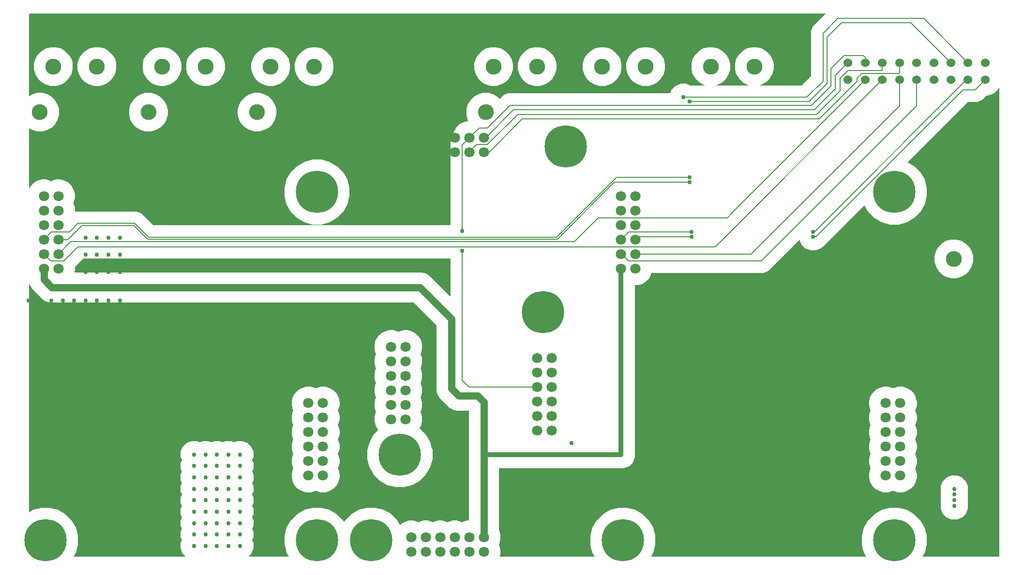
<source format=gbr>
G04 EAGLE Gerber RS-274X export*
G75*
%MOMM*%
%FSLAX34Y34*%
%LPD*%
%INBottom Copper*%
%IPPOS*%
%AMOC8*
5,1,8,0,0,1.08239X$1,22.5*%
G01*
%ADD10C,2.781300*%
%ADD11C,1.530000*%
%ADD12C,2.760000*%
%ADD13C,7.400000*%
%ADD14C,1.800000*%
%ADD15C,0.756400*%
%ADD16C,0.152400*%
%ADD17C,0.203200*%
%ADD18C,0.812800*%
%ADD19C,1.270000*%

G36*
X1010327Y21015D02*
X1010327Y21015D01*
X1010389Y21021D01*
X1010410Y21035D01*
X1010434Y21040D01*
X1010483Y21080D01*
X1010536Y21114D01*
X1010549Y21135D01*
X1010568Y21150D01*
X1010594Y21208D01*
X1010626Y21262D01*
X1010629Y21286D01*
X1010639Y21309D01*
X1010636Y21371D01*
X1010642Y21434D01*
X1010633Y21460D01*
X1010632Y21482D01*
X1010614Y21515D01*
X1010595Y21571D01*
X1006884Y27999D01*
X1006388Y29847D01*
X1005879Y31748D01*
X1005370Y33650D01*
X1002999Y42496D01*
X1002999Y57504D01*
X1006884Y72001D01*
X1014388Y84999D01*
X1025001Y95612D01*
X1037999Y103116D01*
X1052496Y107001D01*
X1067504Y107001D01*
X1082001Y103116D01*
X1094999Y95612D01*
X1105612Y84999D01*
X1113116Y72001D01*
X1114073Y68431D01*
X1114582Y66530D01*
X1115092Y64629D01*
X1115601Y62728D01*
X1115601Y62727D01*
X1117001Y57504D01*
X1117001Y42496D01*
X1113116Y27999D01*
X1109405Y21571D01*
X1109387Y21511D01*
X1109361Y21453D01*
X1109362Y21429D01*
X1109355Y21405D01*
X1109366Y21343D01*
X1109368Y21280D01*
X1109380Y21259D01*
X1109384Y21234D01*
X1109421Y21183D01*
X1109451Y21128D01*
X1109471Y21114D01*
X1109485Y21094D01*
X1109541Y21065D01*
X1109592Y21028D01*
X1109620Y21023D01*
X1109638Y21013D01*
X1109676Y21012D01*
X1109735Y21001D01*
X1485265Y21001D01*
X1485327Y21015D01*
X1485389Y21021D01*
X1485410Y21035D01*
X1485434Y21040D01*
X1485483Y21080D01*
X1485536Y21114D01*
X1485549Y21135D01*
X1485568Y21150D01*
X1485594Y21208D01*
X1485626Y21262D01*
X1485629Y21286D01*
X1485639Y21309D01*
X1485636Y21371D01*
X1485642Y21434D01*
X1485633Y21460D01*
X1485632Y21482D01*
X1485614Y21515D01*
X1485595Y21571D01*
X1481884Y27999D01*
X1481388Y29847D01*
X1480879Y31748D01*
X1480370Y33650D01*
X1477999Y42496D01*
X1477999Y57504D01*
X1481884Y72001D01*
X1489388Y84999D01*
X1500001Y95612D01*
X1512999Y103116D01*
X1527496Y107001D01*
X1542504Y107001D01*
X1557001Y103116D01*
X1569999Y95612D01*
X1580612Y84999D01*
X1588116Y72001D01*
X1589073Y68431D01*
X1589582Y66530D01*
X1590092Y64629D01*
X1590601Y62728D01*
X1590601Y62727D01*
X1592001Y57504D01*
X1592001Y42496D01*
X1588116Y27999D01*
X1584405Y21571D01*
X1584387Y21511D01*
X1584361Y21453D01*
X1584362Y21429D01*
X1584355Y21405D01*
X1584366Y21343D01*
X1584368Y21280D01*
X1584380Y21259D01*
X1584384Y21234D01*
X1584421Y21183D01*
X1584451Y21128D01*
X1584471Y21114D01*
X1584485Y21094D01*
X1584541Y21065D01*
X1584592Y21028D01*
X1584620Y21023D01*
X1584638Y21013D01*
X1584676Y21012D01*
X1584735Y21001D01*
X1718619Y21001D01*
X1718669Y21012D01*
X1718720Y21014D01*
X1718752Y21032D01*
X1718788Y21040D01*
X1718827Y21073D01*
X1718872Y21097D01*
X1718893Y21127D01*
X1718921Y21150D01*
X1718942Y21197D01*
X1718972Y21239D01*
X1718980Y21281D01*
X1718992Y21309D01*
X1718991Y21339D01*
X1718999Y21381D01*
X1718999Y843079D01*
X1718982Y843152D01*
X1718970Y843226D01*
X1718963Y843236D01*
X1718960Y843248D01*
X1718912Y843306D01*
X1718868Y843366D01*
X1718857Y843372D01*
X1718850Y843382D01*
X1718781Y843412D01*
X1718715Y843447D01*
X1718703Y843448D01*
X1718691Y843453D01*
X1718617Y843450D01*
X1718542Y843452D01*
X1718531Y843447D01*
X1718518Y843446D01*
X1718453Y843410D01*
X1718385Y843379D01*
X1718376Y843369D01*
X1718366Y843363D01*
X1718344Y843332D01*
X1718290Y843270D01*
X1716126Y839522D01*
X1710978Y834374D01*
X1704673Y830734D01*
X1697640Y828849D01*
X1696229Y828849D01*
X1696155Y828832D01*
X1696080Y828819D01*
X1696070Y828812D01*
X1696060Y828810D01*
X1696031Y828786D01*
X1695960Y828738D01*
X1694371Y827148D01*
X1688405Y821183D01*
X1680680Y817983D01*
X1664177Y817983D01*
X1664103Y817966D01*
X1664028Y817953D01*
X1664018Y817946D01*
X1664008Y817944D01*
X1663979Y817920D01*
X1663908Y817872D01*
X1558715Y712679D01*
X1558708Y712668D01*
X1558697Y712660D01*
X1558663Y712595D01*
X1558624Y712532D01*
X1558623Y712519D01*
X1558616Y712507D01*
X1558614Y712433D01*
X1558607Y712360D01*
X1558612Y712347D01*
X1558612Y712334D01*
X1558643Y712267D01*
X1558669Y712198D01*
X1558679Y712189D01*
X1558685Y712176D01*
X1558794Y712081D01*
X1569999Y705612D01*
X1580612Y694999D01*
X1588116Y682001D01*
X1588483Y680634D01*
X1588992Y678733D01*
X1588992Y678732D01*
X1589502Y676831D01*
X1590011Y674930D01*
X1592001Y667504D01*
X1592001Y652496D01*
X1588116Y637999D01*
X1580612Y625001D01*
X1569999Y614388D01*
X1557001Y606884D01*
X1542504Y602999D01*
X1527496Y602999D01*
X1512999Y606884D01*
X1500001Y614388D01*
X1489388Y625001D01*
X1482919Y636206D01*
X1482909Y636216D01*
X1482905Y636229D01*
X1482851Y636278D01*
X1482800Y636332D01*
X1482787Y636337D01*
X1482778Y636346D01*
X1482707Y636367D01*
X1482638Y636393D01*
X1482624Y636392D01*
X1482611Y636395D01*
X1482539Y636383D01*
X1482466Y636375D01*
X1482454Y636368D01*
X1482441Y636366D01*
X1482321Y636285D01*
X1409675Y563639D01*
X1408280Y563061D01*
X1408278Y563060D01*
X1408277Y563060D01*
X1408157Y562979D01*
X1406472Y561294D01*
X1397731Y557673D01*
X1388269Y557673D01*
X1379528Y561294D01*
X1372838Y567984D01*
X1369397Y576291D01*
X1369375Y576322D01*
X1369361Y576358D01*
X1369325Y576391D01*
X1369296Y576432D01*
X1369262Y576450D01*
X1369234Y576476D01*
X1369187Y576490D01*
X1369143Y576513D01*
X1369105Y576514D01*
X1369068Y576525D01*
X1369019Y576516D01*
X1368970Y576518D01*
X1368935Y576502D01*
X1368897Y576495D01*
X1368847Y576461D01*
X1368813Y576446D01*
X1368799Y576429D01*
X1368777Y576414D01*
X1319655Y527292D01*
X1313761Y521398D01*
X1306130Y518237D01*
X1110636Y518237D01*
X1110634Y518237D01*
X1110633Y518237D01*
X1110551Y518217D01*
X1110467Y518198D01*
X1110466Y518197D01*
X1110465Y518197D01*
X1110399Y518142D01*
X1110333Y518088D01*
X1110333Y518086D01*
X1110332Y518086D01*
X1110268Y517955D01*
X1109424Y514806D01*
X1105606Y508193D01*
X1100207Y502794D01*
X1093594Y498976D01*
X1086218Y496999D01*
X1081445Y496999D01*
X1081395Y496988D01*
X1081344Y496986D01*
X1081312Y496968D01*
X1081276Y496960D01*
X1081237Y496927D01*
X1081192Y496903D01*
X1081171Y496873D01*
X1081143Y496850D01*
X1081122Y496803D01*
X1081092Y496761D01*
X1081084Y496719D01*
X1081072Y496691D01*
X1081073Y496661D01*
X1081065Y496619D01*
X1081065Y195213D01*
X1077401Y186368D01*
X1070632Y179599D01*
X1061787Y175935D01*
X843731Y175935D01*
X843681Y175924D01*
X843630Y175922D01*
X843598Y175904D01*
X843562Y175896D01*
X843523Y175863D01*
X843478Y175839D01*
X843457Y175809D01*
X843429Y175786D01*
X843408Y175739D01*
X843378Y175697D01*
X843370Y175655D01*
X843358Y175627D01*
X843359Y175597D01*
X843351Y175555D01*
X843351Y67863D01*
X843357Y67836D01*
X843354Y67809D01*
X843382Y67731D01*
X843390Y67694D01*
X843397Y67685D01*
X843402Y67672D01*
X844024Y66594D01*
X846001Y59218D01*
X846001Y51582D01*
X844024Y44206D01*
X843265Y42890D01*
X843253Y42853D01*
X843233Y42819D01*
X843229Y42771D01*
X843214Y42724D01*
X843221Y42686D01*
X843217Y42647D01*
X843237Y42590D01*
X843243Y42553D01*
X843256Y42536D01*
X843265Y42510D01*
X844024Y41194D01*
X844470Y39532D01*
X845285Y36490D01*
X846001Y33818D01*
X846001Y26182D01*
X844741Y21479D01*
X844740Y21466D01*
X844735Y21453D01*
X844738Y21380D01*
X844735Y21306D01*
X844741Y21294D01*
X844741Y21280D01*
X844776Y21216D01*
X844807Y21149D01*
X844818Y21140D01*
X844824Y21128D01*
X844884Y21086D01*
X844941Y21039D01*
X844955Y21036D01*
X844966Y21028D01*
X845108Y21001D01*
X1010265Y21001D01*
X1010327Y21015D01*
G37*
G36*
X757215Y602031D02*
X757215Y602031D01*
X757278Y602038D01*
X757298Y602051D01*
X757321Y602056D01*
X757371Y602097D01*
X757424Y602131D01*
X757439Y602153D01*
X757455Y602166D01*
X757471Y602201D01*
X757504Y602251D01*
X758208Y603952D01*
X758209Y603954D01*
X758210Y603955D01*
X758237Y604097D01*
X758237Y746930D01*
X761398Y754561D01*
X762488Y755651D01*
X762528Y755716D01*
X762572Y755777D01*
X762574Y755790D01*
X762579Y755798D01*
X762583Y755835D01*
X762599Y755920D01*
X762599Y759218D01*
X764576Y766594D01*
X768394Y773207D01*
X773793Y778606D01*
X780406Y782424D01*
X787782Y784401D01*
X789318Y784401D01*
X789379Y784415D01*
X789442Y784421D01*
X789463Y784435D01*
X789487Y784440D01*
X789535Y784480D01*
X789588Y784514D01*
X789601Y784535D01*
X789620Y784550D01*
X789646Y784608D01*
X789679Y784662D01*
X789681Y784686D01*
X789691Y784709D01*
X789689Y784771D01*
X789694Y784834D01*
X789685Y784860D01*
X789685Y784882D01*
X789667Y784915D01*
X789647Y784971D01*
X788503Y786953D01*
X786199Y795550D01*
X786199Y804450D01*
X788503Y813047D01*
X792953Y820754D01*
X799246Y827047D01*
X806953Y831497D01*
X815550Y833801D01*
X824450Y833801D01*
X833047Y831497D01*
X840754Y827047D01*
X844450Y823351D01*
X844494Y823324D01*
X844531Y823289D01*
X844566Y823279D01*
X844598Y823260D01*
X844648Y823255D01*
X844697Y823240D01*
X844734Y823247D01*
X844770Y823243D01*
X844818Y823261D01*
X844868Y823270D01*
X844903Y823294D01*
X844932Y823305D01*
X844953Y823327D01*
X844988Y823351D01*
X845345Y823708D01*
X851239Y829602D01*
X858870Y832763D01*
X1142805Y832763D01*
X1142867Y832777D01*
X1142930Y832784D01*
X1142950Y832797D01*
X1142974Y832802D01*
X1143023Y832843D01*
X1143076Y832877D01*
X1143091Y832899D01*
X1143107Y832912D01*
X1143123Y832947D01*
X1143156Y832997D01*
X1145838Y839472D01*
X1152528Y846162D01*
X1161269Y849783D01*
X1170731Y849783D01*
X1177338Y847046D01*
X1177340Y847045D01*
X1177342Y847044D01*
X1177484Y847017D01*
X1202999Y847017D01*
X1203036Y847025D01*
X1203074Y847024D01*
X1203120Y847045D01*
X1203168Y847056D01*
X1203197Y847080D01*
X1203232Y847096D01*
X1203263Y847135D01*
X1203302Y847166D01*
X1203317Y847201D01*
X1203341Y847230D01*
X1203352Y847279D01*
X1203373Y847325D01*
X1203371Y847362D01*
X1203380Y847399D01*
X1203368Y847448D01*
X1203366Y847498D01*
X1203348Y847531D01*
X1203339Y847568D01*
X1203307Y847606D01*
X1203283Y847650D01*
X1203253Y847672D01*
X1203228Y847701D01*
X1203173Y847728D01*
X1203142Y847750D01*
X1203119Y847754D01*
X1203098Y847764D01*
X1200712Y848403D01*
X1192980Y852867D01*
X1186667Y859180D01*
X1182203Y866912D01*
X1179893Y875536D01*
X1179893Y884464D01*
X1182203Y893088D01*
X1186667Y900820D01*
X1192980Y907133D01*
X1200712Y911597D01*
X1209336Y913907D01*
X1218264Y913907D01*
X1226888Y911597D01*
X1234620Y907133D01*
X1240933Y900820D01*
X1245397Y893088D01*
X1246998Y887110D01*
X1246998Y887109D01*
X1247707Y884464D01*
X1247707Y875536D01*
X1245397Y866912D01*
X1240933Y859180D01*
X1234620Y852867D01*
X1226888Y848403D01*
X1224502Y847764D01*
X1224469Y847746D01*
X1224432Y847738D01*
X1224393Y847706D01*
X1224349Y847682D01*
X1224327Y847652D01*
X1224298Y847628D01*
X1224278Y847582D01*
X1224249Y847541D01*
X1224243Y847504D01*
X1224227Y847469D01*
X1224229Y847420D01*
X1224221Y847370D01*
X1224232Y847334D01*
X1224234Y847296D01*
X1224258Y847252D01*
X1224272Y847205D01*
X1224298Y847177D01*
X1224317Y847144D01*
X1224357Y847115D01*
X1224392Y847079D01*
X1224427Y847066D01*
X1224458Y847044D01*
X1224519Y847033D01*
X1224554Y847020D01*
X1224578Y847021D01*
X1224601Y847017D01*
X1279199Y847017D01*
X1279236Y847025D01*
X1279274Y847024D01*
X1279320Y847045D01*
X1279368Y847056D01*
X1279397Y847080D01*
X1279432Y847096D01*
X1279463Y847135D01*
X1279502Y847166D01*
X1279517Y847201D01*
X1279541Y847230D01*
X1279552Y847279D01*
X1279573Y847325D01*
X1279571Y847362D01*
X1279580Y847399D01*
X1279568Y847448D01*
X1279566Y847498D01*
X1279548Y847531D01*
X1279539Y847568D01*
X1279507Y847606D01*
X1279483Y847650D01*
X1279453Y847672D01*
X1279428Y847701D01*
X1279373Y847728D01*
X1279342Y847750D01*
X1279319Y847754D01*
X1279298Y847764D01*
X1276912Y848403D01*
X1269180Y852867D01*
X1262867Y859180D01*
X1258403Y866912D01*
X1256093Y875536D01*
X1256093Y884464D01*
X1258403Y893088D01*
X1262867Y900820D01*
X1269180Y907133D01*
X1276912Y911597D01*
X1285536Y913907D01*
X1294464Y913907D01*
X1303088Y911597D01*
X1310820Y907133D01*
X1317133Y900820D01*
X1321597Y893088D01*
X1323198Y887110D01*
X1323198Y887109D01*
X1323907Y884464D01*
X1323907Y875536D01*
X1321597Y866912D01*
X1317133Y859180D01*
X1310820Y852867D01*
X1303088Y848403D01*
X1300702Y847764D01*
X1300669Y847746D01*
X1300632Y847738D01*
X1300593Y847706D01*
X1300549Y847682D01*
X1300527Y847652D01*
X1300498Y847628D01*
X1300478Y847582D01*
X1300449Y847541D01*
X1300443Y847504D01*
X1300427Y847469D01*
X1300429Y847420D01*
X1300421Y847370D01*
X1300432Y847334D01*
X1300434Y847296D01*
X1300458Y847252D01*
X1300472Y847205D01*
X1300498Y847177D01*
X1300517Y847144D01*
X1300557Y847115D01*
X1300592Y847079D01*
X1300627Y847066D01*
X1300658Y847044D01*
X1300719Y847033D01*
X1300754Y847020D01*
X1300778Y847021D01*
X1300801Y847017D01*
X1373137Y847017D01*
X1373211Y847034D01*
X1373286Y847047D01*
X1373296Y847054D01*
X1373306Y847056D01*
X1373335Y847080D01*
X1373406Y847128D01*
X1389372Y863094D01*
X1389412Y863159D01*
X1389456Y863221D01*
X1389458Y863233D01*
X1389463Y863241D01*
X1389467Y863278D01*
X1389483Y863363D01*
X1389483Y942680D01*
X1392683Y950405D01*
X1398648Y956371D01*
X1414628Y972350D01*
X1414642Y972372D01*
X1414662Y972388D01*
X1414687Y972445D01*
X1414719Y972497D01*
X1414722Y972523D01*
X1414732Y972547D01*
X1414730Y972608D01*
X1414736Y972670D01*
X1414727Y972694D01*
X1414726Y972720D01*
X1414696Y972774D01*
X1414674Y972832D01*
X1414655Y972849D01*
X1414643Y972872D01*
X1414593Y972907D01*
X1414547Y972949D01*
X1414522Y972957D01*
X1414501Y972972D01*
X1414417Y972988D01*
X1414381Y972999D01*
X1414371Y972997D01*
X1414359Y972999D01*
X24000Y972999D01*
X23989Y972997D01*
X23975Y972998D01*
X23633Y972976D01*
X23603Y972967D01*
X23560Y972964D01*
X22899Y972787D01*
X22866Y972769D01*
X22808Y972749D01*
X22216Y972407D01*
X22188Y972381D01*
X22137Y972347D01*
X21653Y971863D01*
X21633Y971831D01*
X21593Y971784D01*
X21251Y971192D01*
X21240Y971156D01*
X21213Y971101D01*
X21036Y970440D01*
X21035Y970409D01*
X21024Y970367D01*
X21002Y970025D01*
X21003Y970014D01*
X21001Y970000D01*
X21001Y828719D01*
X21015Y828658D01*
X21021Y828595D01*
X21035Y828574D01*
X21040Y828550D01*
X21080Y828502D01*
X21114Y828449D01*
X21135Y828436D01*
X21150Y828417D01*
X21208Y828391D01*
X21262Y828358D01*
X21286Y828356D01*
X21309Y828346D01*
X21371Y828348D01*
X21434Y828343D01*
X21460Y828352D01*
X21482Y828352D01*
X21515Y828370D01*
X21571Y828390D01*
X26953Y831497D01*
X35550Y833801D01*
X44450Y833801D01*
X53047Y831497D01*
X60754Y827047D01*
X67047Y820754D01*
X71497Y813047D01*
X72030Y811060D01*
X72030Y811059D01*
X72539Y809158D01*
X73801Y804450D01*
X73801Y795550D01*
X71497Y786953D01*
X67047Y779246D01*
X60754Y772953D01*
X53047Y768503D01*
X44450Y766199D01*
X35550Y766199D01*
X26953Y768503D01*
X21571Y771610D01*
X21511Y771628D01*
X21453Y771654D01*
X21429Y771653D01*
X21405Y771660D01*
X21343Y771650D01*
X21280Y771648D01*
X21259Y771636D01*
X21234Y771632D01*
X21183Y771595D01*
X21128Y771565D01*
X21114Y771545D01*
X21094Y771530D01*
X21065Y771475D01*
X21028Y771423D01*
X21023Y771396D01*
X21013Y771377D01*
X21012Y771339D01*
X21001Y771281D01*
X21001Y667388D01*
X21014Y667332D01*
X21014Y667325D01*
X21017Y667321D01*
X21018Y667315D01*
X21030Y667242D01*
X21037Y667232D01*
X21040Y667220D01*
X21088Y667162D01*
X21132Y667101D01*
X21143Y667096D01*
X21150Y667086D01*
X21219Y667056D01*
X21285Y667021D01*
X21297Y667020D01*
X21309Y667015D01*
X21383Y667018D01*
X21458Y667016D01*
X21469Y667021D01*
X21482Y667022D01*
X21547Y667058D01*
X21615Y667089D01*
X21624Y667099D01*
X21634Y667105D01*
X21656Y667135D01*
X21710Y667198D01*
X23794Y670807D01*
X29193Y676206D01*
X35806Y680024D01*
X43182Y682001D01*
X50818Y682001D01*
X58194Y680024D01*
X59510Y679265D01*
X59547Y679253D01*
X59581Y679233D01*
X59629Y679229D01*
X59676Y679214D01*
X59714Y679221D01*
X59753Y679217D01*
X59810Y679237D01*
X59847Y679243D01*
X59864Y679256D01*
X59890Y679265D01*
X61206Y680024D01*
X68582Y682001D01*
X76218Y682001D01*
X83594Y680024D01*
X90207Y676206D01*
X95606Y670807D01*
X99424Y664194D01*
X101401Y656818D01*
X101401Y649182D01*
X99424Y641806D01*
X98665Y640490D01*
X98653Y640453D01*
X98633Y640419D01*
X98629Y640371D01*
X98614Y640324D01*
X98621Y640286D01*
X98617Y640247D01*
X98637Y640190D01*
X98643Y640153D01*
X98656Y640136D01*
X98665Y640110D01*
X99424Y638794D01*
X99523Y638426D01*
X100338Y635384D01*
X101401Y631418D01*
X101401Y625998D01*
X101410Y625961D01*
X101408Y625922D01*
X101429Y625877D01*
X101440Y625829D01*
X101465Y625800D01*
X101481Y625765D01*
X101519Y625734D01*
X101550Y625696D01*
X101586Y625680D01*
X101615Y625656D01*
X101664Y625645D01*
X101709Y625625D01*
X101747Y625626D01*
X101785Y625618D01*
X101844Y625630D01*
X101882Y625631D01*
X101900Y625641D01*
X101927Y625647D01*
X102820Y626017D01*
X210209Y626017D01*
X217934Y622817D01*
X223900Y616852D01*
X238623Y602128D01*
X238688Y602088D01*
X238750Y602044D01*
X238762Y602042D01*
X238770Y602037D01*
X238807Y602033D01*
X238892Y602017D01*
X757153Y602017D01*
X757215Y602031D01*
G37*
G36*
X294473Y21007D02*
X294473Y21007D01*
X294498Y21004D01*
X294556Y21026D01*
X294616Y21040D01*
X294636Y21057D01*
X294660Y21066D01*
X294702Y21111D01*
X294750Y21150D01*
X294760Y21174D01*
X294778Y21193D01*
X294795Y21252D01*
X294821Y21309D01*
X294820Y21334D01*
X294827Y21359D01*
X294816Y21420D01*
X294814Y21482D01*
X294802Y21504D01*
X294797Y21530D01*
X294749Y21601D01*
X294731Y21634D01*
X294723Y21640D01*
X294716Y21650D01*
X289838Y26528D01*
X286217Y35269D01*
X286217Y44731D01*
X288340Y49854D01*
X288352Y49930D01*
X288369Y50004D01*
X288366Y50016D01*
X288368Y50025D01*
X288357Y50061D01*
X288340Y50146D01*
X286217Y55269D01*
X286217Y64731D01*
X288340Y69854D01*
X288352Y69930D01*
X288369Y70004D01*
X288366Y70016D01*
X288368Y70025D01*
X288357Y70061D01*
X288340Y70146D01*
X286217Y75269D01*
X286217Y84731D01*
X288340Y89854D01*
X288352Y89930D01*
X288369Y90004D01*
X288366Y90016D01*
X288368Y90025D01*
X288357Y90061D01*
X288340Y90146D01*
X286217Y95269D01*
X286217Y104731D01*
X288340Y109854D01*
X288345Y109890D01*
X288353Y109907D01*
X288352Y109930D01*
X288369Y110004D01*
X288366Y110016D01*
X288368Y110025D01*
X288357Y110061D01*
X288340Y110146D01*
X286217Y115269D01*
X286217Y124731D01*
X288340Y129854D01*
X288352Y129930D01*
X288369Y130004D01*
X288366Y130016D01*
X288368Y130025D01*
X288357Y130061D01*
X288340Y130146D01*
X286217Y135269D01*
X286217Y144731D01*
X288340Y149854D01*
X288352Y149930D01*
X288369Y150004D01*
X288366Y150016D01*
X288368Y150025D01*
X288357Y150061D01*
X288340Y150146D01*
X286217Y155269D01*
X286217Y164731D01*
X288340Y169854D01*
X288352Y169930D01*
X288369Y170004D01*
X288366Y170016D01*
X288368Y170025D01*
X288357Y170061D01*
X288340Y170146D01*
X286217Y175269D01*
X286217Y184731D01*
X288340Y189854D01*
X288352Y189930D01*
X288369Y190004D01*
X288366Y190016D01*
X288368Y190025D01*
X288357Y190061D01*
X288340Y190146D01*
X286217Y195269D01*
X286217Y204731D01*
X289838Y213472D01*
X296528Y220162D01*
X305269Y223783D01*
X314731Y223783D01*
X319854Y221660D01*
X319930Y221648D01*
X320004Y221631D01*
X320016Y221634D01*
X320025Y221632D01*
X320061Y221643D01*
X320146Y221660D01*
X325269Y223783D01*
X334731Y223783D01*
X339854Y221660D01*
X339930Y221648D01*
X340004Y221631D01*
X340016Y221634D01*
X340025Y221632D01*
X340061Y221643D01*
X340146Y221660D01*
X345269Y223783D01*
X354731Y223783D01*
X359854Y221660D01*
X359930Y221648D01*
X360004Y221631D01*
X360016Y221634D01*
X360025Y221632D01*
X360061Y221643D01*
X360146Y221660D01*
X365269Y223783D01*
X374731Y223783D01*
X379854Y221660D01*
X379930Y221648D01*
X380004Y221631D01*
X380016Y221634D01*
X380025Y221632D01*
X380061Y221643D01*
X380146Y221660D01*
X385269Y223783D01*
X394731Y223783D01*
X403472Y220162D01*
X410162Y213472D01*
X413783Y204731D01*
X413783Y195269D01*
X411660Y190146D01*
X411648Y190070D01*
X411631Y189996D01*
X411634Y189984D01*
X411632Y189975D01*
X411643Y189939D01*
X411660Y189854D01*
X413783Y184731D01*
X413783Y175269D01*
X411660Y170146D01*
X411648Y170070D01*
X411631Y169996D01*
X411634Y169984D01*
X411632Y169975D01*
X411643Y169939D01*
X411660Y169854D01*
X413783Y164731D01*
X413783Y155269D01*
X411660Y150146D01*
X411648Y150070D01*
X411631Y149996D01*
X411634Y149984D01*
X411632Y149975D01*
X411643Y149939D01*
X411660Y149854D01*
X413783Y144731D01*
X413783Y135269D01*
X411660Y130146D01*
X411648Y130070D01*
X411631Y129996D01*
X411634Y129984D01*
X411632Y129975D01*
X411643Y129939D01*
X411660Y129854D01*
X413783Y124731D01*
X413783Y115269D01*
X411660Y110146D01*
X411648Y110070D01*
X411631Y109996D01*
X411634Y109984D01*
X411632Y109975D01*
X411643Y109939D01*
X411653Y109890D01*
X411654Y109879D01*
X411657Y109873D01*
X411660Y109854D01*
X413783Y104731D01*
X413783Y95269D01*
X411660Y90146D01*
X411648Y90070D01*
X411631Y89996D01*
X411634Y89984D01*
X411632Y89975D01*
X411643Y89939D01*
X411660Y89854D01*
X413783Y84731D01*
X413783Y75269D01*
X411660Y70146D01*
X411648Y70070D01*
X411631Y69996D01*
X411634Y69984D01*
X411632Y69975D01*
X411643Y69939D01*
X411660Y69854D01*
X413783Y64731D01*
X413783Y55269D01*
X411660Y50146D01*
X411648Y50070D01*
X411631Y49996D01*
X411634Y49984D01*
X411632Y49975D01*
X411643Y49939D01*
X411660Y49854D01*
X413783Y44731D01*
X413783Y35269D01*
X410162Y26528D01*
X405284Y21650D01*
X405270Y21628D01*
X405250Y21612D01*
X405225Y21555D01*
X405192Y21503D01*
X405190Y21477D01*
X405179Y21453D01*
X405182Y21392D01*
X405176Y21330D01*
X405185Y21306D01*
X405186Y21280D01*
X405215Y21226D01*
X405237Y21168D01*
X405256Y21151D01*
X405269Y21128D01*
X405319Y21093D01*
X405364Y21051D01*
X405389Y21043D01*
X405410Y21028D01*
X405495Y21012D01*
X405531Y21001D01*
X405541Y21003D01*
X405553Y21001D01*
X475265Y21001D01*
X475327Y21015D01*
X475389Y21021D01*
X475410Y21035D01*
X475434Y21040D01*
X475483Y21080D01*
X475536Y21114D01*
X475549Y21135D01*
X475568Y21150D01*
X475594Y21208D01*
X475626Y21262D01*
X475629Y21286D01*
X475639Y21309D01*
X475636Y21371D01*
X475642Y21434D01*
X475633Y21460D01*
X475632Y21482D01*
X475614Y21515D01*
X475595Y21571D01*
X471884Y27999D01*
X471388Y29847D01*
X470879Y31748D01*
X470370Y33650D01*
X467999Y42496D01*
X467999Y57504D01*
X471884Y72001D01*
X479388Y84999D01*
X490001Y95612D01*
X502999Y103116D01*
X517496Y107001D01*
X532504Y107001D01*
X547001Y103116D01*
X559999Y95612D01*
X570612Y84999D01*
X572171Y82299D01*
X572214Y82253D01*
X572251Y82202D01*
X572272Y82191D01*
X572289Y82173D01*
X572348Y82151D01*
X572404Y82122D01*
X572428Y82121D01*
X572452Y82112D01*
X572514Y82119D01*
X572577Y82117D01*
X572599Y82128D01*
X572624Y82130D01*
X572677Y82163D01*
X572734Y82190D01*
X572752Y82211D01*
X572771Y82222D01*
X572790Y82254D01*
X572829Y82299D01*
X574388Y84999D01*
X585001Y95612D01*
X597999Y103116D01*
X612496Y107001D01*
X627504Y107001D01*
X642001Y103116D01*
X654999Y95612D01*
X665612Y84999D01*
X670113Y77203D01*
X670122Y77193D01*
X670127Y77181D01*
X670181Y77131D01*
X670232Y77077D01*
X670244Y77072D01*
X670254Y77063D01*
X670325Y77042D01*
X670394Y77016D01*
X670407Y77018D01*
X670420Y77014D01*
X670493Y77026D01*
X670566Y77034D01*
X670578Y77041D01*
X670591Y77043D01*
X670711Y77124D01*
X672193Y78606D01*
X678806Y82424D01*
X686182Y84401D01*
X693818Y84401D01*
X701194Y82424D01*
X702510Y81665D01*
X702547Y81653D01*
X702581Y81633D01*
X702629Y81629D01*
X702676Y81614D01*
X702714Y81621D01*
X702753Y81617D01*
X702810Y81637D01*
X702847Y81643D01*
X702864Y81656D01*
X702890Y81665D01*
X704206Y82424D01*
X711582Y84401D01*
X719218Y84401D01*
X726594Y82424D01*
X727910Y81665D01*
X727947Y81653D01*
X727981Y81633D01*
X728029Y81629D01*
X728076Y81614D01*
X728114Y81621D01*
X728153Y81617D01*
X728210Y81637D01*
X728247Y81643D01*
X728264Y81656D01*
X728290Y81665D01*
X729606Y82424D01*
X736982Y84401D01*
X744618Y84401D01*
X751994Y82424D01*
X753310Y81665D01*
X753347Y81653D01*
X753381Y81633D01*
X753429Y81629D01*
X753476Y81614D01*
X753514Y81621D01*
X753553Y81617D01*
X753610Y81637D01*
X753647Y81643D01*
X753664Y81656D01*
X753690Y81665D01*
X755006Y82424D01*
X762382Y84401D01*
X770018Y84401D01*
X777394Y82424D01*
X778710Y81665D01*
X778747Y81653D01*
X778781Y81633D01*
X778829Y81629D01*
X778876Y81614D01*
X778914Y81621D01*
X778953Y81617D01*
X779010Y81637D01*
X779047Y81643D01*
X779064Y81656D01*
X779090Y81665D01*
X780406Y82424D01*
X787782Y84401D01*
X790269Y84401D01*
X790319Y84412D01*
X790370Y84414D01*
X790402Y84432D01*
X790438Y84440D01*
X790477Y84473D01*
X790522Y84497D01*
X790543Y84527D01*
X790571Y84550D01*
X790592Y84597D01*
X790622Y84639D01*
X790630Y84681D01*
X790642Y84709D01*
X790641Y84739D01*
X790649Y84781D01*
X790649Y276269D01*
X790638Y276319D01*
X790636Y276370D01*
X790618Y276402D01*
X790610Y276438D01*
X790577Y276477D01*
X790553Y276522D01*
X790523Y276543D01*
X790500Y276571D01*
X790453Y276592D01*
X790411Y276622D01*
X790369Y276630D01*
X790341Y276642D01*
X790311Y276641D01*
X790269Y276649D01*
X769531Y276649D01*
X762829Y278445D01*
X756820Y281914D01*
X738914Y299820D01*
X735445Y305829D01*
X735016Y307430D01*
X733895Y311612D01*
X733649Y312531D01*
X733649Y426928D01*
X733632Y427002D01*
X733619Y427076D01*
X733612Y427087D01*
X733610Y427096D01*
X733586Y427125D01*
X733538Y427197D01*
X694197Y466538D01*
X694132Y466578D01*
X694070Y466622D01*
X694058Y466624D01*
X694049Y466629D01*
X694012Y466633D01*
X693928Y466649D01*
X57531Y466649D01*
X50829Y468445D01*
X44820Y471914D01*
X25914Y490820D01*
X22445Y496829D01*
X22352Y497174D01*
X21945Y498695D01*
X21748Y499429D01*
X21730Y499463D01*
X21722Y499500D01*
X21690Y499538D01*
X21666Y499582D01*
X21636Y499604D01*
X21612Y499633D01*
X21566Y499654D01*
X21525Y499683D01*
X21488Y499689D01*
X21453Y499704D01*
X21404Y499702D01*
X21354Y499710D01*
X21318Y499699D01*
X21280Y499698D01*
X21236Y499674D01*
X21189Y499659D01*
X21161Y499633D01*
X21128Y499615D01*
X21099Y499574D01*
X21063Y499540D01*
X21050Y499504D01*
X21028Y499473D01*
X21017Y499413D01*
X21004Y499377D01*
X21005Y499354D01*
X21001Y499331D01*
X21001Y99735D01*
X21015Y99673D01*
X21021Y99611D01*
X21035Y99590D01*
X21040Y99566D01*
X21080Y99517D01*
X21114Y99464D01*
X21135Y99451D01*
X21150Y99432D01*
X21208Y99406D01*
X21262Y99374D01*
X21286Y99371D01*
X21309Y99361D01*
X21371Y99364D01*
X21434Y99358D01*
X21460Y99367D01*
X21482Y99368D01*
X21515Y99386D01*
X21571Y99405D01*
X27999Y103116D01*
X42496Y107001D01*
X57504Y107001D01*
X72001Y103116D01*
X84999Y95612D01*
X95612Y84999D01*
X103116Y72001D01*
X104073Y68431D01*
X104582Y66530D01*
X105092Y64629D01*
X105601Y62728D01*
X105601Y62727D01*
X107001Y57504D01*
X107001Y42496D01*
X103116Y27999D01*
X99405Y21571D01*
X99387Y21511D01*
X99361Y21453D01*
X99362Y21429D01*
X99355Y21405D01*
X99366Y21343D01*
X99368Y21280D01*
X99380Y21259D01*
X99384Y21234D01*
X99421Y21183D01*
X99451Y21128D01*
X99471Y21114D01*
X99485Y21094D01*
X99541Y21065D01*
X99592Y21028D01*
X99620Y21023D01*
X99638Y21013D01*
X99676Y21012D01*
X99735Y21001D01*
X294447Y21001D01*
X294473Y21007D01*
G37*
%LPC*%
G36*
X662496Y142999D02*
X662496Y142999D01*
X647999Y146884D01*
X635001Y154388D01*
X624388Y165001D01*
X616884Y177999D01*
X616641Y178905D01*
X612999Y192496D01*
X612999Y207504D01*
X616884Y222001D01*
X624388Y234999D01*
X632219Y242830D01*
X632246Y242873D01*
X632281Y242911D01*
X632291Y242946D01*
X632310Y242977D01*
X632315Y243028D01*
X632330Y243077D01*
X632323Y243113D01*
X632327Y243150D01*
X632309Y243197D01*
X632300Y243248D01*
X632276Y243283D01*
X632265Y243312D01*
X632243Y243332D01*
X632219Y243368D01*
X631394Y244193D01*
X627576Y250806D01*
X627075Y252674D01*
X625599Y258182D01*
X625599Y265818D01*
X627576Y273194D01*
X628335Y274510D01*
X628347Y274547D01*
X628367Y274581D01*
X628371Y274629D01*
X628386Y274676D01*
X628379Y274714D01*
X628383Y274753D01*
X628363Y274810D01*
X628357Y274847D01*
X628344Y274864D01*
X628335Y274890D01*
X627576Y276206D01*
X627360Y277010D01*
X626545Y280052D01*
X625730Y283094D01*
X625599Y283582D01*
X625599Y291218D01*
X627576Y298594D01*
X628335Y299910D01*
X628347Y299947D01*
X628367Y299981D01*
X628370Y300017D01*
X628377Y300032D01*
X628376Y300045D01*
X628386Y300076D01*
X628379Y300114D01*
X628383Y300153D01*
X628371Y300187D01*
X628370Y300205D01*
X628361Y300222D01*
X628357Y300247D01*
X628344Y300264D01*
X628335Y300290D01*
X627576Y301606D01*
X625599Y308982D01*
X625599Y316618D01*
X627576Y323994D01*
X628335Y325310D01*
X628347Y325347D01*
X628367Y325381D01*
X628371Y325429D01*
X628386Y325476D01*
X628379Y325514D01*
X628383Y325553D01*
X628363Y325610D01*
X628357Y325647D01*
X628344Y325664D01*
X628335Y325690D01*
X627576Y327006D01*
X626810Y329864D01*
X625599Y334382D01*
X625599Y342018D01*
X627576Y349394D01*
X628335Y350710D01*
X628347Y350747D01*
X628367Y350781D01*
X628371Y350829D01*
X628386Y350876D01*
X628379Y350914D01*
X628383Y350953D01*
X628363Y351010D01*
X628357Y351047D01*
X628344Y351064D01*
X628335Y351090D01*
X627576Y352406D01*
X626280Y357242D01*
X625599Y359782D01*
X625599Y367418D01*
X627576Y374794D01*
X628335Y376110D01*
X628347Y376147D01*
X628367Y376181D01*
X628371Y376229D01*
X628386Y376276D01*
X628379Y376314D01*
X628383Y376353D01*
X628363Y376410D01*
X628357Y376447D01*
X628344Y376464D01*
X628335Y376490D01*
X627576Y377806D01*
X625599Y385182D01*
X625599Y392818D01*
X627576Y400194D01*
X631394Y406807D01*
X636793Y412206D01*
X643406Y416024D01*
X650782Y418001D01*
X658418Y418001D01*
X665794Y416024D01*
X667110Y415265D01*
X667147Y415253D01*
X667181Y415233D01*
X667229Y415229D01*
X667276Y415214D01*
X667314Y415221D01*
X667353Y415217D01*
X667410Y415237D01*
X667447Y415243D01*
X667464Y415256D01*
X667490Y415265D01*
X668806Y416024D01*
X676182Y418001D01*
X683818Y418001D01*
X691194Y416024D01*
X697807Y412206D01*
X703206Y406807D01*
X707024Y400194D01*
X707685Y397728D01*
X709001Y392818D01*
X709001Y385182D01*
X707024Y377806D01*
X706265Y376490D01*
X706253Y376453D01*
X706233Y376419D01*
X706229Y376371D01*
X706214Y376324D01*
X706221Y376286D01*
X706217Y376247D01*
X706237Y376190D01*
X706243Y376153D01*
X706256Y376136D01*
X706265Y376110D01*
X707024Y374794D01*
X708215Y370350D01*
X709001Y367418D01*
X709001Y359782D01*
X707024Y352406D01*
X706265Y351090D01*
X706253Y351053D01*
X706233Y351019D01*
X706229Y350971D01*
X706214Y350924D01*
X706221Y350886D01*
X706217Y350847D01*
X706237Y350790D01*
X706243Y350753D01*
X706256Y350736D01*
X706265Y350710D01*
X707024Y349394D01*
X709001Y342018D01*
X709001Y334382D01*
X707024Y327006D01*
X706265Y325690D01*
X706253Y325653D01*
X706233Y325619D01*
X706229Y325571D01*
X706214Y325524D01*
X706221Y325486D01*
X706217Y325447D01*
X706237Y325390D01*
X706243Y325353D01*
X706256Y325336D01*
X706265Y325310D01*
X707024Y323994D01*
X707136Y323579D01*
X707951Y320537D01*
X708766Y317495D01*
X709001Y316618D01*
X709001Y308982D01*
X707024Y301606D01*
X706265Y300290D01*
X706253Y300253D01*
X706233Y300219D01*
X706231Y300194D01*
X706223Y300177D01*
X706224Y300155D01*
X706214Y300124D01*
X706221Y300086D01*
X706217Y300047D01*
X706229Y300012D01*
X706230Y300004D01*
X706237Y299990D01*
X706243Y299953D01*
X706256Y299936D01*
X706265Y299910D01*
X707024Y298594D01*
X709001Y291218D01*
X709001Y283582D01*
X707024Y276206D01*
X706265Y274890D01*
X706253Y274853D01*
X706233Y274819D01*
X706229Y274771D01*
X706214Y274724D01*
X706221Y274686D01*
X706217Y274647D01*
X706237Y274590D01*
X706243Y274553D01*
X706256Y274536D01*
X706265Y274510D01*
X707024Y273194D01*
X707686Y270724D01*
X709001Y265818D01*
X709001Y258182D01*
X707024Y250806D01*
X704459Y246363D01*
X704444Y246314D01*
X704420Y246269D01*
X704420Y246232D01*
X704409Y246197D01*
X704417Y246147D01*
X704416Y246096D01*
X704431Y246062D01*
X704438Y246026D01*
X704467Y245985D01*
X704489Y245938D01*
X704521Y245911D01*
X704539Y245886D01*
X704566Y245871D01*
X704598Y245843D01*
X704999Y245612D01*
X715612Y234999D01*
X723116Y222001D01*
X725854Y211786D01*
X725854Y211785D01*
X726363Y209884D01*
X726872Y207983D01*
X727001Y207504D01*
X727001Y192496D01*
X723116Y177999D01*
X715612Y165001D01*
X704999Y154388D01*
X692001Y146884D01*
X677504Y142999D01*
X662496Y142999D01*
G37*
%LPD*%
G36*
X757932Y477579D02*
X757932Y477579D01*
X757958Y477580D01*
X758012Y477609D01*
X758070Y477631D01*
X758087Y477650D01*
X758110Y477662D01*
X758145Y477713D01*
X758187Y477758D01*
X758195Y477783D01*
X758210Y477804D01*
X758226Y477889D01*
X758237Y477924D01*
X758235Y477934D01*
X758237Y477946D01*
X758237Y542857D01*
X758226Y542907D01*
X758224Y542958D01*
X758206Y542990D01*
X758198Y543026D01*
X758165Y543065D01*
X758141Y543110D01*
X758111Y543131D01*
X758088Y543159D01*
X758041Y543180D01*
X757999Y543210D01*
X757957Y543218D01*
X757929Y543230D01*
X757899Y543229D01*
X757857Y543237D01*
X115758Y543237D01*
X115684Y543220D01*
X115609Y543207D01*
X115599Y543200D01*
X115589Y543198D01*
X115560Y543174D01*
X115489Y543126D01*
X101512Y529149D01*
X101472Y529085D01*
X101428Y529023D01*
X101426Y529010D01*
X101421Y529002D01*
X101417Y528965D01*
X101401Y528880D01*
X101401Y522182D01*
X100770Y519829D01*
X100770Y519816D01*
X100764Y519803D01*
X100767Y519730D01*
X100765Y519656D01*
X100770Y519644D01*
X100771Y519630D01*
X100806Y519566D01*
X100837Y519499D01*
X100847Y519490D01*
X100854Y519478D01*
X100914Y519436D01*
X100971Y519389D01*
X100984Y519386D01*
X100995Y519378D01*
X101138Y519351D01*
X708469Y519351D01*
X715171Y517555D01*
X721180Y514086D01*
X726121Y509144D01*
X757588Y477677D01*
X757610Y477664D01*
X757626Y477644D01*
X757683Y477619D01*
X757735Y477586D01*
X757761Y477584D01*
X757785Y477573D01*
X757846Y477575D01*
X757908Y477569D01*
X757932Y477579D01*
G37*
%LPC*%
G36*
X1516182Y133999D02*
X1516182Y133999D01*
X1508806Y135976D01*
X1502193Y139794D01*
X1496794Y145193D01*
X1492976Y151806D01*
X1490999Y159182D01*
X1490999Y166818D01*
X1492976Y174194D01*
X1493735Y175510D01*
X1493747Y175547D01*
X1493767Y175581D01*
X1493771Y175629D01*
X1493786Y175676D01*
X1493779Y175714D01*
X1493783Y175753D01*
X1493763Y175810D01*
X1493757Y175847D01*
X1493744Y175864D01*
X1493735Y175890D01*
X1492976Y177206D01*
X1492317Y179666D01*
X1490999Y184582D01*
X1490999Y192218D01*
X1492976Y199594D01*
X1493735Y200910D01*
X1493747Y200947D01*
X1493767Y200981D01*
X1493771Y201029D01*
X1493786Y201076D01*
X1493779Y201114D01*
X1493783Y201153D01*
X1493763Y201210D01*
X1493757Y201247D01*
X1493744Y201264D01*
X1493735Y201290D01*
X1492976Y202606D01*
X1491787Y207044D01*
X1490999Y209982D01*
X1490999Y217618D01*
X1492976Y224994D01*
X1493735Y226310D01*
X1493747Y226347D01*
X1493767Y226381D01*
X1493771Y226429D01*
X1493786Y226476D01*
X1493779Y226514D01*
X1493783Y226553D01*
X1493763Y226610D01*
X1493757Y226647D01*
X1493744Y226664D01*
X1493735Y226690D01*
X1492976Y228006D01*
X1490999Y235382D01*
X1490999Y243018D01*
X1492976Y250394D01*
X1493735Y251710D01*
X1493747Y251747D01*
X1493767Y251781D01*
X1493771Y251829D01*
X1493786Y251876D01*
X1493779Y251914D01*
X1493783Y251953D01*
X1493763Y252010D01*
X1493757Y252047D01*
X1493744Y252064D01*
X1493735Y252090D01*
X1492976Y253406D01*
X1492866Y253814D01*
X1492051Y256856D01*
X1491236Y259898D01*
X1490999Y260782D01*
X1490999Y268418D01*
X1492976Y275794D01*
X1493735Y277110D01*
X1493747Y277147D01*
X1493767Y277181D01*
X1493770Y277209D01*
X1493773Y277217D01*
X1493773Y277233D01*
X1493786Y277276D01*
X1493779Y277314D01*
X1493783Y277353D01*
X1493763Y277410D01*
X1493757Y277447D01*
X1493744Y277464D01*
X1493735Y277490D01*
X1492976Y278806D01*
X1490999Y286182D01*
X1490999Y293818D01*
X1492976Y301194D01*
X1496794Y307807D01*
X1502193Y313206D01*
X1508806Y317024D01*
X1516182Y319001D01*
X1523818Y319001D01*
X1531194Y317024D01*
X1532510Y316265D01*
X1532547Y316253D01*
X1532581Y316233D01*
X1532629Y316229D01*
X1532676Y316214D01*
X1532714Y316221D01*
X1532753Y316217D01*
X1532810Y316237D01*
X1532847Y316243D01*
X1532864Y316256D01*
X1532890Y316265D01*
X1534206Y317024D01*
X1541582Y319001D01*
X1549218Y319001D01*
X1556594Y317024D01*
X1563207Y313206D01*
X1568606Y307807D01*
X1572424Y301194D01*
X1572641Y300384D01*
X1573457Y297342D01*
X1574272Y294300D01*
X1574401Y293818D01*
X1574401Y286182D01*
X1572424Y278806D01*
X1571665Y277490D01*
X1571653Y277453D01*
X1571633Y277419D01*
X1571629Y277371D01*
X1571614Y277324D01*
X1571621Y277286D01*
X1571617Y277247D01*
X1571633Y277202D01*
X1571633Y277189D01*
X1571639Y277179D01*
X1571643Y277153D01*
X1571656Y277136D01*
X1571665Y277110D01*
X1572424Y275794D01*
X1574401Y268418D01*
X1574401Y260782D01*
X1572424Y253406D01*
X1571665Y252090D01*
X1571653Y252053D01*
X1571633Y252019D01*
X1571629Y251971D01*
X1571614Y251924D01*
X1571621Y251886D01*
X1571617Y251847D01*
X1571637Y251790D01*
X1571643Y251753D01*
X1571656Y251736D01*
X1571665Y251710D01*
X1572424Y250394D01*
X1573192Y247529D01*
X1574401Y243018D01*
X1574401Y235382D01*
X1572424Y228006D01*
X1571665Y226690D01*
X1571653Y226653D01*
X1571633Y226619D01*
X1571629Y226571D01*
X1571614Y226524D01*
X1571621Y226486D01*
X1571617Y226447D01*
X1571637Y226390D01*
X1571643Y226353D01*
X1571656Y226336D01*
X1571665Y226310D01*
X1572424Y224994D01*
X1573722Y220151D01*
X1574401Y217618D01*
X1574401Y209982D01*
X1572424Y202606D01*
X1571665Y201290D01*
X1571653Y201253D01*
X1571633Y201219D01*
X1571629Y201171D01*
X1571614Y201124D01*
X1571621Y201086D01*
X1571617Y201047D01*
X1571637Y200990D01*
X1571643Y200953D01*
X1571656Y200936D01*
X1571665Y200910D01*
X1572424Y199594D01*
X1574401Y192218D01*
X1574401Y184582D01*
X1572424Y177206D01*
X1571665Y175890D01*
X1571653Y175853D01*
X1571633Y175819D01*
X1571629Y175771D01*
X1571614Y175724D01*
X1571621Y175686D01*
X1571617Y175647D01*
X1571637Y175590D01*
X1571643Y175553D01*
X1571656Y175536D01*
X1571665Y175510D01*
X1572424Y174194D01*
X1572642Y173380D01*
X1573457Y170338D01*
X1573458Y170338D01*
X1574273Y167296D01*
X1574401Y166818D01*
X1574401Y159182D01*
X1572424Y151806D01*
X1568606Y145193D01*
X1563207Y139794D01*
X1556594Y135976D01*
X1549218Y133999D01*
X1541582Y133999D01*
X1534206Y135976D01*
X1532890Y136735D01*
X1532853Y136747D01*
X1532819Y136767D01*
X1532771Y136771D01*
X1532724Y136786D01*
X1532686Y136779D01*
X1532647Y136783D01*
X1532590Y136763D01*
X1532553Y136757D01*
X1532536Y136744D01*
X1532510Y136735D01*
X1531194Y135976D01*
X1523818Y133999D01*
X1516182Y133999D01*
G37*
%LPD*%
%LPC*%
G36*
X506182Y133999D02*
X506182Y133999D01*
X498806Y135976D01*
X492193Y139794D01*
X486794Y145193D01*
X482976Y151806D01*
X480999Y159182D01*
X480999Y166818D01*
X482976Y174194D01*
X483735Y175510D01*
X483747Y175547D01*
X483767Y175581D01*
X483771Y175629D01*
X483786Y175676D01*
X483779Y175714D01*
X483783Y175753D01*
X483763Y175810D01*
X483757Y175847D01*
X483744Y175864D01*
X483735Y175890D01*
X482976Y177206D01*
X482317Y179666D01*
X480999Y184582D01*
X480999Y192218D01*
X482976Y199594D01*
X483735Y200910D01*
X483747Y200947D01*
X483767Y200981D01*
X483771Y201029D01*
X483786Y201076D01*
X483779Y201114D01*
X483783Y201153D01*
X483763Y201210D01*
X483757Y201247D01*
X483744Y201264D01*
X483735Y201290D01*
X482976Y202606D01*
X481787Y207044D01*
X480999Y209982D01*
X480999Y217618D01*
X482976Y224994D01*
X483735Y226310D01*
X483747Y226347D01*
X483767Y226381D01*
X483771Y226429D01*
X483786Y226476D01*
X483779Y226514D01*
X483783Y226553D01*
X483763Y226610D01*
X483757Y226647D01*
X483744Y226664D01*
X483735Y226690D01*
X482976Y228006D01*
X480999Y235382D01*
X480999Y243018D01*
X482976Y250394D01*
X483735Y251710D01*
X483747Y251747D01*
X483767Y251781D01*
X483771Y251829D01*
X483786Y251876D01*
X483779Y251914D01*
X483783Y251953D01*
X483763Y252010D01*
X483757Y252047D01*
X483744Y252064D01*
X483735Y252090D01*
X482976Y253406D01*
X482866Y253814D01*
X482051Y256856D01*
X481236Y259898D01*
X480999Y260782D01*
X480999Y268418D01*
X482976Y275794D01*
X483735Y277110D01*
X483747Y277147D01*
X483767Y277181D01*
X483770Y277209D01*
X483773Y277217D01*
X483773Y277233D01*
X483786Y277276D01*
X483779Y277314D01*
X483783Y277353D01*
X483763Y277410D01*
X483757Y277447D01*
X483744Y277464D01*
X483735Y277490D01*
X482976Y278806D01*
X480999Y286182D01*
X480999Y293818D01*
X482976Y301194D01*
X486794Y307807D01*
X492193Y313206D01*
X498806Y317024D01*
X506182Y319001D01*
X513818Y319001D01*
X521194Y317024D01*
X522510Y316265D01*
X522547Y316253D01*
X522581Y316233D01*
X522629Y316229D01*
X522676Y316214D01*
X522714Y316221D01*
X522753Y316217D01*
X522810Y316237D01*
X522847Y316243D01*
X522864Y316256D01*
X522890Y316265D01*
X524206Y317024D01*
X531582Y319001D01*
X539218Y319001D01*
X546594Y317024D01*
X553207Y313206D01*
X558606Y307807D01*
X562424Y301194D01*
X562641Y300384D01*
X563457Y297342D01*
X564272Y294300D01*
X564401Y293818D01*
X564401Y286182D01*
X562424Y278806D01*
X561665Y277490D01*
X561653Y277453D01*
X561633Y277419D01*
X561629Y277371D01*
X561614Y277324D01*
X561621Y277286D01*
X561617Y277247D01*
X561633Y277202D01*
X561633Y277189D01*
X561639Y277179D01*
X561643Y277153D01*
X561656Y277136D01*
X561665Y277110D01*
X562424Y275794D01*
X564401Y268418D01*
X564401Y260782D01*
X562424Y253406D01*
X561665Y252090D01*
X561653Y252053D01*
X561633Y252019D01*
X561629Y251971D01*
X561614Y251924D01*
X561621Y251886D01*
X561617Y251847D01*
X561637Y251790D01*
X561643Y251753D01*
X561656Y251736D01*
X561665Y251710D01*
X562424Y250394D01*
X563192Y247529D01*
X564401Y243018D01*
X564401Y235382D01*
X562424Y228006D01*
X561665Y226690D01*
X561653Y226653D01*
X561633Y226619D01*
X561629Y226571D01*
X561614Y226524D01*
X561621Y226486D01*
X561617Y226447D01*
X561637Y226390D01*
X561643Y226353D01*
X561656Y226336D01*
X561665Y226310D01*
X562424Y224994D01*
X563722Y220151D01*
X564401Y217618D01*
X564401Y209982D01*
X562424Y202606D01*
X561665Y201290D01*
X561653Y201253D01*
X561633Y201219D01*
X561629Y201171D01*
X561614Y201124D01*
X561621Y201086D01*
X561617Y201047D01*
X561637Y200990D01*
X561643Y200953D01*
X561656Y200936D01*
X561665Y200910D01*
X562424Y199594D01*
X564401Y192218D01*
X564401Y184582D01*
X562424Y177206D01*
X561665Y175890D01*
X561653Y175853D01*
X561633Y175819D01*
X561629Y175771D01*
X561614Y175724D01*
X561621Y175686D01*
X561617Y175647D01*
X561637Y175590D01*
X561643Y175553D01*
X561656Y175536D01*
X561665Y175510D01*
X562424Y174194D01*
X562642Y173380D01*
X563457Y170338D01*
X563458Y170338D01*
X564273Y167296D01*
X564401Y166818D01*
X564401Y159182D01*
X562424Y151806D01*
X558606Y145193D01*
X553207Y139794D01*
X546594Y135976D01*
X539218Y133999D01*
X531582Y133999D01*
X524206Y135976D01*
X522890Y136735D01*
X522853Y136747D01*
X522819Y136767D01*
X522771Y136771D01*
X522724Y136786D01*
X522686Y136779D01*
X522647Y136783D01*
X522590Y136763D01*
X522553Y136757D01*
X522536Y136744D01*
X522510Y136735D01*
X521194Y135976D01*
X513818Y133999D01*
X506182Y133999D01*
G37*
%LPD*%
%LPC*%
G36*
X517496Y602999D02*
X517496Y602999D01*
X502999Y606884D01*
X490001Y614388D01*
X479388Y625001D01*
X471884Y637999D01*
X470798Y642050D01*
X470289Y643951D01*
X469779Y645852D01*
X469270Y647753D01*
X467999Y652496D01*
X467999Y667504D01*
X471884Y682001D01*
X479388Y694999D01*
X490001Y705612D01*
X502999Y713116D01*
X517496Y717001D01*
X532504Y717001D01*
X547001Y713116D01*
X559999Y705612D01*
X570612Y694999D01*
X578116Y682001D01*
X578483Y680634D01*
X578992Y678733D01*
X578992Y678732D01*
X579502Y676831D01*
X580011Y674930D01*
X582001Y667504D01*
X582001Y652496D01*
X578116Y637999D01*
X570612Y625001D01*
X559999Y614388D01*
X547001Y606884D01*
X532504Y602999D01*
X517496Y602999D01*
G37*
%LPD*%
%LPC*%
G36*
X249336Y846093D02*
X249336Y846093D01*
X240712Y848403D01*
X232980Y852867D01*
X226667Y859180D01*
X222203Y866912D01*
X219893Y875536D01*
X219893Y884464D01*
X222203Y893088D01*
X226667Y900820D01*
X232980Y907133D01*
X240712Y911597D01*
X249336Y913907D01*
X258264Y913907D01*
X266888Y911597D01*
X274620Y907133D01*
X280933Y900820D01*
X285397Y893088D01*
X286998Y887110D01*
X286998Y887109D01*
X287707Y884464D01*
X287707Y875536D01*
X285397Y866912D01*
X280933Y859180D01*
X274620Y852867D01*
X266888Y848403D01*
X258264Y846093D01*
X249336Y846093D01*
G37*
%LPD*%
%LPC*%
G36*
X135536Y846093D02*
X135536Y846093D01*
X126912Y848403D01*
X119180Y852867D01*
X112867Y859180D01*
X108403Y866912D01*
X106093Y875536D01*
X106093Y884464D01*
X108403Y893088D01*
X112867Y900820D01*
X119180Y907133D01*
X126912Y911597D01*
X135536Y913907D01*
X144464Y913907D01*
X153088Y911597D01*
X160820Y907133D01*
X167133Y900820D01*
X171597Y893088D01*
X173198Y887110D01*
X173198Y887109D01*
X173907Y884464D01*
X173907Y875536D01*
X171597Y866912D01*
X167133Y859180D01*
X160820Y852867D01*
X153088Y848403D01*
X144464Y846093D01*
X135536Y846093D01*
G37*
%LPD*%
%LPC*%
G36*
X1019336Y846093D02*
X1019336Y846093D01*
X1010712Y848403D01*
X1002980Y852867D01*
X996667Y859180D01*
X992203Y866912D01*
X989893Y875536D01*
X989893Y884464D01*
X992203Y893088D01*
X996667Y900820D01*
X1002980Y907133D01*
X1010712Y911597D01*
X1019336Y913907D01*
X1028264Y913907D01*
X1036888Y911597D01*
X1044620Y907133D01*
X1050933Y900820D01*
X1055397Y893088D01*
X1056998Y887110D01*
X1056998Y887109D01*
X1057707Y884464D01*
X1057707Y875536D01*
X1055397Y866912D01*
X1050933Y859180D01*
X1044620Y852867D01*
X1036888Y848403D01*
X1028264Y846093D01*
X1019336Y846093D01*
G37*
%LPD*%
%LPC*%
G36*
X1095536Y846093D02*
X1095536Y846093D01*
X1086912Y848403D01*
X1079180Y852867D01*
X1072867Y859180D01*
X1068403Y866912D01*
X1066093Y875536D01*
X1066093Y884464D01*
X1068403Y893088D01*
X1072867Y900820D01*
X1079180Y907133D01*
X1086912Y911597D01*
X1095536Y913907D01*
X1104464Y913907D01*
X1113088Y911597D01*
X1120820Y907133D01*
X1127133Y900820D01*
X1131597Y893088D01*
X1133198Y887110D01*
X1133198Y887109D01*
X1133907Y884464D01*
X1133907Y875536D01*
X1131597Y866912D01*
X1127133Y859180D01*
X1120820Y852867D01*
X1113088Y848403D01*
X1104464Y846093D01*
X1095536Y846093D01*
G37*
%LPD*%
%LPC*%
G36*
X325536Y846093D02*
X325536Y846093D01*
X316912Y848403D01*
X309180Y852867D01*
X302867Y859180D01*
X298403Y866912D01*
X296093Y875536D01*
X296093Y884464D01*
X298403Y893088D01*
X302867Y900820D01*
X309180Y907133D01*
X316912Y911597D01*
X325536Y913907D01*
X334464Y913907D01*
X343088Y911597D01*
X350820Y907133D01*
X357133Y900820D01*
X361597Y893088D01*
X363198Y887110D01*
X363198Y887109D01*
X363907Y884464D01*
X363907Y875536D01*
X361597Y866912D01*
X357133Y859180D01*
X350820Y852867D01*
X343088Y848403D01*
X334464Y846093D01*
X325536Y846093D01*
G37*
%LPD*%
%LPC*%
G36*
X439336Y846093D02*
X439336Y846093D01*
X430712Y848403D01*
X422980Y852867D01*
X416667Y859180D01*
X412203Y866912D01*
X409893Y875536D01*
X409893Y884464D01*
X412203Y893088D01*
X416667Y900820D01*
X422980Y907133D01*
X430712Y911597D01*
X439336Y913907D01*
X448264Y913907D01*
X456888Y911597D01*
X464620Y907133D01*
X470933Y900820D01*
X475397Y893088D01*
X476998Y887110D01*
X476998Y887109D01*
X477707Y884464D01*
X477707Y875536D01*
X475397Y866912D01*
X470933Y859180D01*
X464620Y852867D01*
X456888Y848403D01*
X448264Y846093D01*
X439336Y846093D01*
G37*
%LPD*%
%LPC*%
G36*
X515536Y846093D02*
X515536Y846093D01*
X506912Y848403D01*
X499180Y852867D01*
X492867Y859180D01*
X488403Y866912D01*
X486093Y875536D01*
X486093Y884464D01*
X488403Y893088D01*
X492867Y900820D01*
X499180Y907133D01*
X506912Y911597D01*
X515536Y913907D01*
X524464Y913907D01*
X533088Y911597D01*
X540820Y907133D01*
X547133Y900820D01*
X551597Y893088D01*
X553198Y887110D01*
X553198Y887109D01*
X553907Y884464D01*
X553907Y875536D01*
X551597Y866912D01*
X547133Y859180D01*
X540820Y852867D01*
X533088Y848403D01*
X524464Y846093D01*
X515536Y846093D01*
G37*
%LPD*%
%LPC*%
G36*
X59336Y846093D02*
X59336Y846093D01*
X50712Y848403D01*
X42980Y852867D01*
X36667Y859180D01*
X32203Y866912D01*
X29893Y875536D01*
X29893Y884464D01*
X32203Y893088D01*
X36667Y900820D01*
X42980Y907133D01*
X50712Y911597D01*
X59336Y913907D01*
X68264Y913907D01*
X76888Y911597D01*
X84620Y907133D01*
X90933Y900820D01*
X95397Y893088D01*
X96998Y887110D01*
X96998Y887109D01*
X97707Y884464D01*
X97707Y875536D01*
X95397Y866912D01*
X90933Y859180D01*
X84620Y852867D01*
X76888Y848403D01*
X68264Y846093D01*
X59336Y846093D01*
G37*
%LPD*%
%LPC*%
G36*
X829336Y846093D02*
X829336Y846093D01*
X820712Y848403D01*
X812980Y852867D01*
X806667Y859180D01*
X802203Y866912D01*
X799893Y875536D01*
X799893Y884464D01*
X802203Y893088D01*
X806667Y900820D01*
X812980Y907133D01*
X820712Y911597D01*
X829336Y913907D01*
X838264Y913907D01*
X846888Y911597D01*
X854620Y907133D01*
X860933Y900820D01*
X865397Y893088D01*
X866998Y887110D01*
X866998Y887109D01*
X867707Y884464D01*
X867707Y875536D01*
X865397Y866912D01*
X860933Y859180D01*
X854620Y852867D01*
X846888Y848403D01*
X838264Y846093D01*
X829336Y846093D01*
G37*
%LPD*%
%LPC*%
G36*
X905536Y846093D02*
X905536Y846093D01*
X896912Y848403D01*
X889180Y852867D01*
X882867Y859180D01*
X878403Y866912D01*
X876093Y875536D01*
X876093Y884464D01*
X878403Y893088D01*
X882867Y900820D01*
X889180Y907133D01*
X896912Y911597D01*
X905536Y913907D01*
X914464Y913907D01*
X923088Y911597D01*
X930820Y907133D01*
X937133Y900820D01*
X941597Y893088D01*
X943198Y887110D01*
X943198Y887109D01*
X943907Y884464D01*
X943907Y875536D01*
X941597Y866912D01*
X937133Y859180D01*
X930820Y852867D01*
X923088Y848403D01*
X914464Y846093D01*
X905536Y846093D01*
G37*
%LPD*%
%LPC*%
G36*
X1634536Y509093D02*
X1634536Y509093D01*
X1625912Y511403D01*
X1618180Y515867D01*
X1611867Y522180D01*
X1607403Y529912D01*
X1605172Y538241D01*
X1605093Y538536D01*
X1605093Y547464D01*
X1607403Y556088D01*
X1611867Y563820D01*
X1618180Y570133D01*
X1625912Y574597D01*
X1634536Y576907D01*
X1643464Y576907D01*
X1652088Y574597D01*
X1659820Y570133D01*
X1666133Y563820D01*
X1670597Y556088D01*
X1672580Y548687D01*
X1672907Y547464D01*
X1672907Y538536D01*
X1670597Y529912D01*
X1666133Y522180D01*
X1659820Y515867D01*
X1652088Y511403D01*
X1643464Y509093D01*
X1634536Y509093D01*
G37*
%LPD*%
%LPC*%
G36*
X225550Y766199D02*
X225550Y766199D01*
X216953Y768503D01*
X209246Y772953D01*
X202953Y779246D01*
X198503Y786953D01*
X196199Y795550D01*
X196199Y804450D01*
X198503Y813047D01*
X202953Y820754D01*
X209246Y827047D01*
X216953Y831497D01*
X225550Y833801D01*
X234450Y833801D01*
X243047Y831497D01*
X250754Y827047D01*
X257047Y820754D01*
X261497Y813047D01*
X262030Y811060D01*
X262030Y811059D01*
X262539Y809158D01*
X263801Y804450D01*
X263801Y795550D01*
X261497Y786953D01*
X257047Y779246D01*
X250754Y772953D01*
X243047Y768503D01*
X234450Y766199D01*
X225550Y766199D01*
G37*
%LPD*%
%LPC*%
G36*
X415550Y766199D02*
X415550Y766199D01*
X406953Y768503D01*
X399246Y772953D01*
X392953Y779246D01*
X388503Y786953D01*
X386199Y795550D01*
X386199Y804450D01*
X388503Y813047D01*
X392953Y820754D01*
X399246Y827047D01*
X406953Y831497D01*
X415550Y833801D01*
X424450Y833801D01*
X433047Y831497D01*
X440754Y827047D01*
X447047Y820754D01*
X451497Y813047D01*
X452030Y811060D01*
X452030Y811059D01*
X452539Y809158D01*
X453801Y804450D01*
X453801Y795550D01*
X451497Y786953D01*
X447047Y779246D01*
X440754Y772953D01*
X433047Y768503D01*
X424450Y766199D01*
X415550Y766199D01*
G37*
%LPD*%
%LPC*%
G36*
X1635269Y86217D02*
X1635269Y86217D01*
X1626528Y89838D01*
X1619838Y96528D01*
X1616217Y105269D01*
X1616217Y114731D01*
X1616269Y114855D01*
X1616281Y114930D01*
X1616297Y115004D01*
X1616295Y115016D01*
X1616297Y115025D01*
X1616286Y115061D01*
X1616269Y115146D01*
X1616217Y115269D01*
X1616217Y124731D01*
X1616269Y124855D01*
X1616281Y124930D01*
X1616297Y125004D01*
X1616295Y125016D01*
X1616297Y125025D01*
X1616286Y125061D01*
X1616269Y125146D01*
X1616217Y125269D01*
X1616217Y134731D01*
X1616269Y134855D01*
X1616281Y134930D01*
X1616297Y135004D01*
X1616295Y135016D01*
X1616297Y135025D01*
X1616286Y135061D01*
X1616269Y135146D01*
X1616217Y135269D01*
X1616217Y144731D01*
X1619838Y153472D01*
X1626528Y160162D01*
X1635269Y163783D01*
X1644731Y163783D01*
X1653472Y160162D01*
X1660162Y153472D01*
X1663783Y144731D01*
X1663783Y135269D01*
X1663731Y135146D01*
X1663719Y135070D01*
X1663703Y134997D01*
X1663705Y134985D01*
X1663703Y134975D01*
X1663714Y134939D01*
X1663731Y134855D01*
X1663783Y134731D01*
X1663783Y125269D01*
X1663731Y125146D01*
X1663719Y125070D01*
X1663703Y124997D01*
X1663705Y124985D01*
X1663703Y124975D01*
X1663714Y124939D01*
X1663731Y124855D01*
X1663783Y124731D01*
X1663783Y115269D01*
X1663731Y115146D01*
X1663719Y115070D01*
X1663703Y114997D01*
X1663705Y114985D01*
X1663703Y114975D01*
X1663714Y114939D01*
X1663731Y114855D01*
X1663783Y114731D01*
X1663783Y105269D01*
X1660162Y96528D01*
X1653472Y89838D01*
X1644731Y86217D01*
X1635269Y86217D01*
G37*
%LPD*%
D10*
X330000Y880000D03*
X253800Y880000D03*
X910000Y880000D03*
X833800Y880000D03*
X140000Y880000D03*
X63800Y880000D03*
X1100000Y880000D03*
X1023800Y880000D03*
X520000Y880000D03*
X443800Y880000D03*
X1290000Y880000D03*
X1213800Y880000D03*
X1639000Y543000D03*
X1639000Y619200D03*
X715000Y880000D03*
X638800Y880000D03*
D11*
X1454000Y886500D03*
X1454000Y856500D03*
X1484000Y886500D03*
X1484000Y856500D03*
X1514000Y886500D03*
X1514000Y856500D03*
X1544000Y886500D03*
X1544000Y856500D03*
X1574000Y886500D03*
X1574000Y856500D03*
X1604000Y886500D03*
X1604000Y856500D03*
X1634000Y886500D03*
X1634000Y856500D03*
X1664000Y886500D03*
X1664000Y856500D03*
X1694000Y886500D03*
X1694000Y856500D03*
D12*
X40000Y800000D03*
X230000Y800000D03*
X820000Y800000D03*
X420000Y800000D03*
X625000Y801250D03*
X1690000Y705000D03*
X677500Y801250D03*
X730000Y801250D03*
D13*
X525000Y660000D03*
X525000Y50000D03*
X50000Y50000D03*
D14*
X47000Y653000D03*
X47000Y627600D03*
X47000Y602200D03*
X47000Y576800D03*
X47000Y551400D03*
X47000Y526000D03*
X72400Y653000D03*
X72400Y627600D03*
X72400Y602200D03*
X72400Y576800D03*
X72400Y551400D03*
X72400Y526000D03*
X510000Y290000D03*
X510000Y264600D03*
X510000Y239200D03*
X510000Y213800D03*
X510000Y188400D03*
X510000Y163000D03*
X535400Y290000D03*
X535400Y264600D03*
X535400Y239200D03*
X535400Y213800D03*
X535400Y188400D03*
X535400Y163000D03*
D13*
X1535000Y660000D03*
X1535000Y50000D03*
X1060000Y50000D03*
D14*
X1057000Y653000D03*
X1057000Y627600D03*
X1057000Y602200D03*
X1057000Y576800D03*
X1057000Y551400D03*
X1057000Y526000D03*
X1082400Y653000D03*
X1082400Y627600D03*
X1082400Y602200D03*
X1082400Y576800D03*
X1082400Y551400D03*
X1082400Y526000D03*
X1520000Y290000D03*
X1520000Y264600D03*
X1520000Y239200D03*
X1520000Y213800D03*
X1520000Y188400D03*
X1520000Y163000D03*
X1545400Y290000D03*
X1545400Y264600D03*
X1545400Y239200D03*
X1545400Y213800D03*
X1545400Y188400D03*
X1545400Y163000D03*
X910000Y242000D03*
X935400Y242000D03*
X910000Y267400D03*
X935400Y267400D03*
X910000Y292800D03*
X935400Y292800D03*
X910000Y318200D03*
X935400Y318200D03*
X910000Y343600D03*
X935400Y343600D03*
X910000Y369000D03*
X935400Y369000D03*
X680000Y389000D03*
X654600Y389000D03*
X680000Y363600D03*
X654600Y363600D03*
X680000Y338200D03*
X654600Y338200D03*
X680000Y312800D03*
X654600Y312800D03*
X680000Y287400D03*
X654600Y287400D03*
X680000Y262000D03*
X654600Y262000D03*
D13*
X920000Y450000D03*
X670000Y200000D03*
X620000Y50000D03*
X960000Y740000D03*
D14*
X690000Y30000D03*
X690000Y55400D03*
X715400Y30000D03*
X715400Y55400D03*
X740800Y30000D03*
X740800Y55400D03*
X766200Y30000D03*
X766200Y55400D03*
X791600Y30000D03*
X791600Y55400D03*
X817000Y30000D03*
X817000Y55400D03*
X690000Y730000D03*
X690000Y755400D03*
X715400Y730000D03*
X715400Y755400D03*
X740800Y730000D03*
X740800Y755400D03*
X766200Y730000D03*
X766200Y755400D03*
X791600Y730000D03*
X791600Y755400D03*
X817000Y730000D03*
X817000Y755400D03*
D15*
X1640000Y140000D03*
X1640000Y130000D03*
X1640000Y120000D03*
X1640000Y110000D03*
D16*
X1221500Y564000D02*
X1514000Y856500D01*
X59400Y539000D02*
X47000Y551400D01*
X82000Y539000D02*
X107000Y564000D01*
X82000Y539000D02*
X59400Y539000D01*
X107000Y564000D02*
X1221500Y564000D01*
X1574000Y811000D02*
X1574000Y856500D01*
X1070400Y539000D02*
X1058000Y551400D01*
X1057000Y551400D01*
X1302000Y539000D02*
X1574000Y811000D01*
X1302000Y539000D02*
X1070400Y539000D01*
X1082400Y551400D02*
X1284400Y551400D01*
X1544000Y811000D02*
X1544000Y856500D01*
X1544000Y811000D02*
X1284400Y551400D01*
X1250250Y622750D02*
X1484000Y856500D01*
X94000Y573000D02*
X72400Y551400D01*
X94000Y573000D02*
X975000Y573000D01*
D17*
X1017000Y615000D01*
X1242500Y615000D02*
X1250250Y622750D01*
X1242500Y615000D02*
X1017000Y615000D01*
D15*
X970000Y220000D03*
X310000Y200000D03*
X310000Y180000D03*
X330000Y180000D03*
X330000Y200000D03*
X350000Y200000D03*
X350000Y180000D03*
X370000Y180000D03*
X370000Y200000D03*
X390000Y200000D03*
X390000Y180000D03*
X390000Y160000D03*
X370000Y160000D03*
X350000Y160000D03*
X330000Y160000D03*
X310000Y160000D03*
X310000Y140000D03*
X330000Y140000D03*
X350000Y140000D03*
X370000Y140000D03*
X390000Y140000D03*
X310000Y120000D03*
X330000Y120000D03*
X350000Y120000D03*
X370000Y120000D03*
X390000Y120000D03*
X310000Y100000D03*
X330000Y100000D03*
X350000Y100000D03*
X370000Y100000D03*
X390000Y100000D03*
X390000Y80000D03*
X370000Y80000D03*
X350000Y80000D03*
X330000Y80000D03*
X310000Y80000D03*
X310000Y60000D03*
X330000Y60000D03*
X350000Y60000D03*
X370000Y60000D03*
X390000Y60000D03*
X390000Y40000D03*
X370000Y40000D03*
X350000Y40000D03*
X330000Y40000D03*
X310000Y40000D03*
X120000Y520000D03*
X140000Y520000D03*
X160000Y520000D03*
X180000Y520000D03*
X180000Y550000D03*
X160000Y550000D03*
X140000Y550000D03*
X120000Y550000D03*
X120000Y470000D03*
X140000Y470000D03*
X160000Y470000D03*
X180000Y470000D03*
X100000Y470000D03*
X80000Y470000D03*
X60000Y470000D03*
X40000Y470000D03*
X20000Y470000D03*
X120000Y580000D03*
X140000Y580000D03*
X160000Y580000D03*
X180000Y580000D03*
X1700000Y500000D03*
D16*
X820000Y755400D02*
X817000Y755400D01*
X820000Y755400D02*
X868600Y804000D01*
X1432000Y864500D02*
X1454000Y886500D01*
X1395000Y804000D02*
X868600Y804000D01*
X1395000Y804000D02*
X1432000Y841000D01*
X1432000Y864500D01*
X1484000Y886500D02*
X1484000Y895500D01*
X1480500Y899000D01*
X1447000Y899000D01*
X808200Y772000D02*
X791600Y755400D01*
X808200Y772000D02*
X823000Y772000D01*
X863000Y812000D02*
X1390000Y812000D01*
X863000Y812000D02*
X823000Y772000D01*
X1424000Y846000D02*
X1424000Y876000D01*
X1424000Y846000D02*
X1390000Y812000D01*
X1424000Y876000D02*
X1447000Y899000D01*
X791600Y755400D02*
X779000Y742800D01*
D15*
X779000Y592000D03*
X779000Y557000D03*
D16*
X779000Y330000D01*
X790800Y318200D02*
X910000Y318200D01*
X779000Y592000D02*
X779000Y742800D01*
X779000Y330000D02*
X790800Y318200D01*
X791600Y730000D02*
X804600Y743000D01*
X823000Y743000D01*
X876000Y796000D01*
X1514000Y873000D02*
X1514000Y886500D01*
X1514000Y873000D02*
X1453311Y873000D01*
X1440000Y837000D02*
X1399000Y796000D01*
X1440000Y837000D02*
X1440000Y859689D01*
X1453311Y873000D01*
X1399000Y796000D02*
X876000Y796000D01*
D18*
X1057000Y526000D02*
X1057000Y200000D01*
D19*
X760000Y316000D02*
X760000Y438000D01*
X61000Y493000D02*
X47000Y507000D01*
X47000Y526000D01*
X760000Y316000D02*
X773000Y303000D01*
X760000Y438000D02*
X705000Y493000D01*
X61000Y493000D01*
X773000Y303000D02*
X806000Y303000D01*
X817000Y292000D01*
X817000Y200000D01*
X817000Y55400D01*
D18*
X817000Y200000D02*
X1057000Y200000D01*
D16*
X826000Y730000D02*
X817000Y730000D01*
X826000Y730000D02*
X884000Y788000D01*
X1404000Y788000D01*
X1470000Y854000D02*
X1470000Y860000D01*
X1477952Y867952D01*
X1544000Y869500D02*
X1544000Y886500D01*
X1544000Y869500D02*
X1542452Y867952D01*
X1477952Y867952D01*
X1470000Y854000D02*
X1404000Y788000D01*
D17*
X60200Y590000D02*
X47000Y576800D01*
X60200Y590000D02*
X92000Y590000D01*
X107000Y605000D01*
X206029Y605000D02*
X230029Y581000D01*
X206029Y605000D02*
X107000Y605000D01*
X1563500Y957000D02*
X1634000Y886500D01*
X1563500Y957000D02*
X1443000Y957000D01*
X1417000Y931000D01*
X1417000Y850000D01*
X1386000Y819000D01*
X1177000Y819000D01*
D15*
X1177000Y819000D03*
D17*
X1177000Y686088D02*
X1049088Y686088D01*
D15*
X1177000Y686088D03*
D17*
X1049088Y686088D02*
X944000Y581000D01*
X230029Y581000D01*
X88800Y576800D02*
X72400Y576800D01*
X88800Y576800D02*
X113444Y601444D01*
X204556Y601444D02*
X228556Y577444D01*
X204556Y601444D02*
X113444Y601444D01*
X1586500Y964000D02*
X1664000Y886500D01*
X1436000Y964000D02*
X1410500Y938500D01*
X1436000Y964000D02*
X1586500Y964000D01*
X1410500Y938500D02*
X1410500Y854500D01*
X1382000Y826000D01*
D15*
X1166000Y826000D03*
D17*
X1382000Y826000D01*
X1177000Y677000D02*
X1045029Y677000D01*
D15*
X1177000Y677000D03*
D17*
X1045029Y677000D02*
X945473Y577444D01*
X228556Y577444D01*
X1057000Y576800D02*
X1070200Y590000D01*
X1157000Y590000D01*
X1157544Y590544D01*
X1180000Y590544D01*
D15*
X1180000Y590544D03*
X1393000Y590544D03*
D17*
X1395544Y590544D01*
X1661500Y856500D02*
X1664000Y856500D01*
X1661500Y856500D02*
X1395544Y590544D01*
X1087600Y582000D02*
X1082400Y576800D01*
X1087600Y582000D02*
X1157000Y582000D01*
X1157544Y581456D01*
X1180000Y581456D01*
D15*
X1180000Y581456D03*
X1393000Y581456D03*
D17*
X1397770Y581456D01*
X1676500Y839000D02*
X1694000Y856500D01*
X1655314Y839000D02*
X1397770Y581456D01*
X1655314Y839000D02*
X1676500Y839000D01*
M02*

</source>
